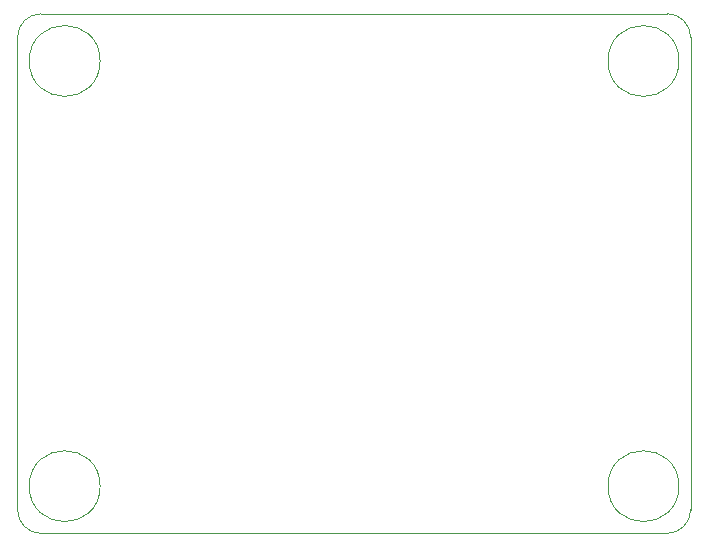
<source format=gbr>
G04 #@! TF.GenerationSoftware,KiCad,Pcbnew,(5.1.4)-1*
G04 #@! TF.CreationDate,2021-06-13T22:04:23-03:00*
G04 #@! TF.ProjectId,FUENTE,4655454e-5445-42e6-9b69-6361645f7063,rev?*
G04 #@! TF.SameCoordinates,Original*
G04 #@! TF.FileFunction,Profile,NP*
%FSLAX46Y46*%
G04 Gerber Fmt 4.6, Leading zero omitted, Abs format (unit mm)*
G04 Created by KiCad (PCBNEW (5.1.4)-1) date 2021-06-13 22:04:23*
%MOMM*%
%LPD*%
G04 APERTURE LIST*
%ADD10C,0.100000*%
G04 APERTURE END LIST*
D10*
X226000000Y-129000000D02*
G75*
G02X224000000Y-131000000I-2000000J0D01*
G01*
X171000000Y-131000000D02*
G75*
G02X169000000Y-129000000I0J2000000D01*
G01*
X169000000Y-89000000D02*
G75*
G02X171000000Y-87000000I2000000J0D01*
G01*
X224000000Y-87000000D02*
G75*
G02X226000000Y-89000000I0J-2000000D01*
G01*
X176000000Y-91000000D02*
G75*
G03X176000000Y-91000000I-3000000J0D01*
G01*
X225000000Y-91000000D02*
G75*
G03X225000000Y-91000000I-3000000J0D01*
G01*
X225000000Y-127000000D02*
G75*
G03X225000000Y-127000000I-3000000J0D01*
G01*
X176000000Y-127000000D02*
G75*
G03X176000000Y-127000000I-3000000J0D01*
G01*
X169000000Y-89000000D02*
X169000000Y-129000000D01*
X224000000Y-87000000D02*
X171000000Y-87000000D01*
X226000000Y-129000000D02*
X226000000Y-89000000D01*
X171000000Y-131000000D02*
X224000000Y-131000000D01*
M02*

</source>
